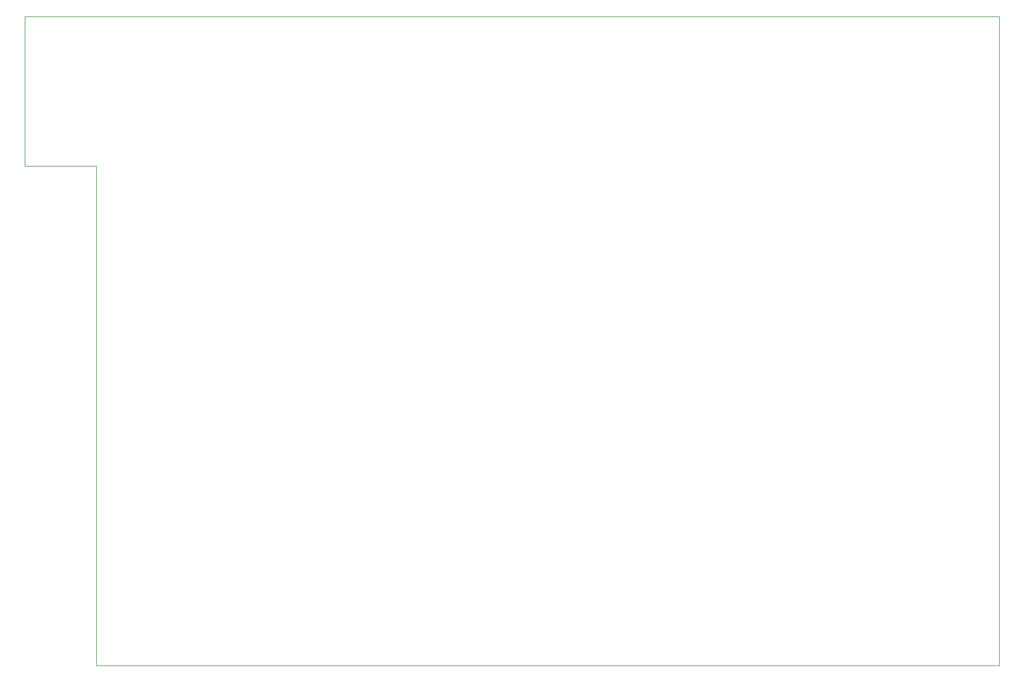
<source format=gbr>
%TF.GenerationSoftware,KiCad,Pcbnew,(5.1.2-1)-1*%
%TF.CreationDate,2019-08-24T23:22:50-04:00*%
%TF.ProjectId,ADIMB,4144494d-422e-46b6-9963-61645f706362,rev?*%
%TF.SameCoordinates,Original*%
%TF.FileFunction,Profile,NP*%
%FSLAX46Y46*%
G04 Gerber Fmt 4.6, Leading zero omitted, Abs format (unit mm)*
G04 Created by KiCad (PCBNEW (5.1.2-1)-1) date 2019-08-24 23:22:50*
%MOMM*%
%LPD*%
G04 APERTURE LIST*
%ADD10C,0.050000*%
G04 APERTURE END LIST*
D10*
X61000000Y-120000000D02*
X200000000Y-120000000D01*
X61000000Y-43000000D02*
X61000000Y-120000000D01*
X50000000Y-43000000D02*
X61000000Y-43000000D01*
X50000000Y-20000000D02*
X50000000Y-43000000D01*
X200000000Y-20000000D02*
X200000000Y-120000000D01*
X50000000Y-20000000D02*
X200000000Y-20000000D01*
M02*

</source>
